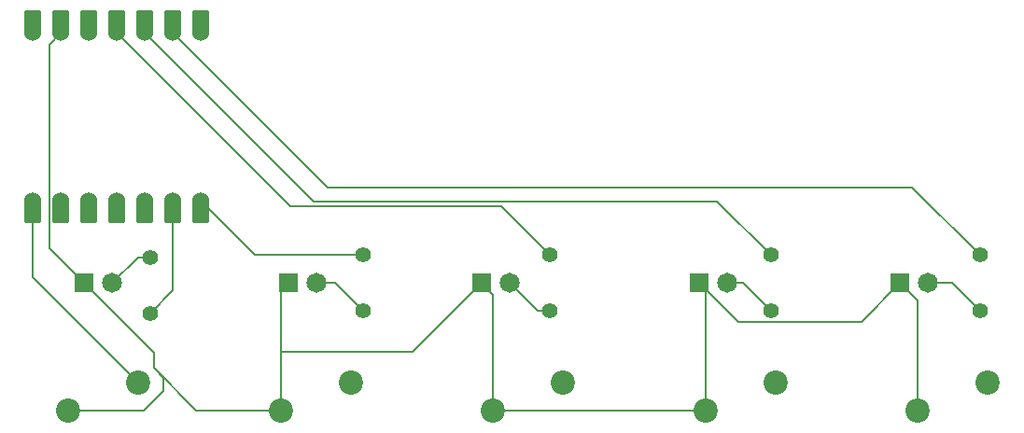
<source format=gbr>
%TF.GenerationSoftware,KiCad,Pcbnew,9.0.2*%
%TF.CreationDate,2025-07-04T18:20:36-07:00*%
%TF.ProjectId,hestia-pathfinder,68657374-6961-42d7-9061-746866696e64,rev?*%
%TF.SameCoordinates,Original*%
%TF.FileFunction,Copper,L1,Top*%
%TF.FilePolarity,Positive*%
%FSLAX46Y46*%
G04 Gerber Fmt 4.6, Leading zero omitted, Abs format (unit mm)*
G04 Created by KiCad (PCBNEW 9.0.2) date 2025-07-04 18:20:36*
%MOMM*%
%LPD*%
G01*
G04 APERTURE LIST*
G04 Aperture macros list*
%AMRoundRect*
0 Rectangle with rounded corners*
0 $1 Rounding radius*
0 $2 $3 $4 $5 $6 $7 $8 $9 X,Y pos of 4 corners*
0 Add a 4 corners polygon primitive as box body*
4,1,4,$2,$3,$4,$5,$6,$7,$8,$9,$2,$3,0*
0 Add four circle primitives for the rounded corners*
1,1,$1+$1,$2,$3*
1,1,$1+$1,$4,$5*
1,1,$1+$1,$6,$7*
1,1,$1+$1,$8,$9*
0 Add four rect primitives between the rounded corners*
20,1,$1+$1,$2,$3,$4,$5,0*
20,1,$1+$1,$4,$5,$6,$7,0*
20,1,$1+$1,$6,$7,$8,$9,0*
20,1,$1+$1,$8,$9,$2,$3,0*%
G04 Aperture macros list end*
%TA.AperFunction,ComponentPad*%
%ADD10C,1.815000*%
%TD*%
%TA.AperFunction,ComponentPad*%
%ADD11R,1.815000X1.815000*%
%TD*%
%TA.AperFunction,ComponentPad*%
%ADD12C,1.400000*%
%TD*%
%TA.AperFunction,ComponentPad*%
%ADD13C,2.200000*%
%TD*%
%TA.AperFunction,SMDPad,CuDef*%
%ADD14RoundRect,0.152400X-0.609600X1.063600X-0.609600X-1.063600X0.609600X-1.063600X0.609600X1.063600X0*%
%TD*%
%TA.AperFunction,ComponentPad*%
%ADD15C,1.524000*%
%TD*%
%TA.AperFunction,SMDPad,CuDef*%
%ADD16RoundRect,0.152400X0.609600X-1.063600X0.609600X1.063600X-0.609600X1.063600X-0.609600X-1.063600X0*%
%TD*%
%TA.AperFunction,Conductor*%
%ADD17C,0.200000*%
%TD*%
G04 APERTURE END LIST*
D10*
%TO.P,D4,A*%
%TO.N,Net-(D4-PadA)*%
X166670000Y-115000000D03*
D11*
%TO.P,D4,C*%
%TO.N,GND*%
X164130000Y-115000000D03*
%TD*%
D12*
%TO.P,R3,1*%
%TO.N,Net-(D3-PadA)*%
X150600000Y-117540000D03*
%TO.P,R3,2*%
%TO.N,LED3*%
X150600000Y-112460000D03*
%TD*%
D13*
%TO.P,SW2,1,1*%
%TO.N,button2*%
X132500000Y-124000000D03*
%TO.P,SW2,2,2*%
%TO.N,GND*%
X126150000Y-126540000D03*
%TD*%
D12*
%TO.P,R5,1*%
%TO.N,Net-(D5-PadA)*%
X189600000Y-117540000D03*
%TO.P,R5,2*%
%TO.N,LED5*%
X189600000Y-112460000D03*
%TD*%
D10*
%TO.P,D2,A*%
%TO.N,Net-(D2-PadA)*%
X129400000Y-115000000D03*
D11*
%TO.P,D2,C*%
%TO.N,GND*%
X126860000Y-115000000D03*
%TD*%
D13*
%TO.P,SW1,1,1*%
%TO.N,button1*%
X113240000Y-124020000D03*
%TO.P,SW1,2,2*%
%TO.N,GND*%
X106890000Y-126560000D03*
%TD*%
%TO.P,SW4,1,1*%
%TO.N,button4*%
X171050000Y-124020000D03*
%TO.P,SW4,2,2*%
%TO.N,GND*%
X164700000Y-126560000D03*
%TD*%
D10*
%TO.P,D3,A*%
%TO.N,Net-(D3-PadA)*%
X146900000Y-115000000D03*
D11*
%TO.P,D3,C*%
%TO.N,GND*%
X144360000Y-115000000D03*
%TD*%
D12*
%TO.P,R2,1*%
%TO.N,Net-(D2-PadA)*%
X133600000Y-117540000D03*
%TO.P,R2,2*%
%TO.N,LED2*%
X133600000Y-112460000D03*
%TD*%
D10*
%TO.P,D5,A*%
%TO.N,Net-(D5-PadA)*%
X184900000Y-115000000D03*
D11*
%TO.P,D5,C*%
%TO.N,GND*%
X182360000Y-115000000D03*
%TD*%
D13*
%TO.P,SW5,1,1*%
%TO.N,button5*%
X190320000Y-124020000D03*
%TO.P,SW5,2,2*%
%TO.N,GND*%
X183970000Y-126560000D03*
%TD*%
D12*
%TO.P,R1,1*%
%TO.N,Net-(D1-PadA)*%
X114300000Y-112660000D03*
%TO.P,R1,2*%
%TO.N,LED1*%
X114300000Y-117740000D03*
%TD*%
D14*
%TO.P,U1,1,GPIO26/ADC0/A0*%
%TO.N,button1*%
X103680000Y-108355000D03*
D15*
X103680000Y-107520000D03*
D14*
%TO.P,U1,2,GPIO27/ADC1/A1*%
%TO.N,button2*%
X106220000Y-108355000D03*
D15*
X106220000Y-107520000D03*
D14*
%TO.P,U1,3,GPIO28/ADC2/A2*%
%TO.N,button3*%
X108760000Y-108355000D03*
D15*
X108760000Y-107520000D03*
D14*
%TO.P,U1,4,GPIO29/ADC3/A3*%
%TO.N,button4*%
X111300000Y-108355000D03*
D15*
X111300000Y-107520000D03*
D14*
%TO.P,U1,5,GPIO6/SDA*%
%TO.N,button5*%
X113840000Y-108355000D03*
D15*
X113840000Y-107520000D03*
D14*
%TO.P,U1,6,GPIO7/SCL*%
%TO.N,LED1*%
X116380000Y-108355000D03*
D15*
X116380000Y-107520000D03*
D14*
%TO.P,U1,7,GPIO0/TX*%
%TO.N,LED2*%
X118920000Y-108355000D03*
D15*
X118920000Y-107520000D03*
%TO.P,U1,8,GPIO1/RX*%
%TO.N,unconnected-(U1-GPIO1{slash}RX-Pad8)*%
X118920000Y-92280000D03*
D16*
X118920000Y-91445000D03*
D15*
%TO.P,U1,9,GPIO2/SCK*%
%TO.N,LED5*%
X116380000Y-92280000D03*
D16*
X116380000Y-91445000D03*
D15*
%TO.P,U1,10,GPIO4/MISO*%
%TO.N,LED4*%
X113840000Y-92280000D03*
D16*
X113840000Y-91445000D03*
D15*
%TO.P,U1,11,GPIO3/MOSI*%
%TO.N,LED3*%
X111300000Y-92280000D03*
D16*
X111300000Y-91445000D03*
D15*
%TO.P,U1,12,3V3*%
%TO.N,unconnected-(U1-3V3-Pad12)*%
X108760000Y-92280000D03*
D16*
X108760000Y-91445000D03*
D15*
%TO.P,U1,13,GND*%
%TO.N,GND*%
X106220000Y-92280000D03*
D16*
X106220000Y-91445000D03*
D15*
%TO.P,U1,14,VBUS*%
%TO.N,unconnected-(U1-VBUS-Pad14)*%
X103680000Y-92280000D03*
D16*
X103680000Y-91445000D03*
%TD*%
D10*
%TO.P,D1,A*%
%TO.N,Net-(D1-PadA)*%
X110900000Y-115000000D03*
D11*
%TO.P,D1,C*%
%TO.N,GND*%
X108360000Y-115000000D03*
%TD*%
D13*
%TO.P,SW3,1,1*%
%TO.N,button3*%
X151800000Y-124000000D03*
%TO.P,SW3,2,2*%
%TO.N,GND*%
X145450000Y-126540000D03*
%TD*%
D12*
%TO.P,R4,1*%
%TO.N,Net-(D4-PadA)*%
X170600000Y-117540000D03*
%TO.P,R4,2*%
%TO.N,LED4*%
X170600000Y-112460000D03*
%TD*%
D17*
%TO.N,Net-(D1-PadA)*%
X113240000Y-112660000D02*
X114300000Y-112660000D01*
X110900000Y-115000000D02*
X113240000Y-112660000D01*
%TO.N,GND*%
X164700000Y-126560000D02*
X164700000Y-115570000D01*
X106220000Y-92280000D02*
X105157000Y-93343000D01*
X138160000Y-121200000D02*
X126150000Y-121200000D01*
X118481000Y-126540000D02*
X114641000Y-122700000D01*
X164130000Y-115000000D02*
X167671000Y-118541000D01*
X178819000Y-118541000D02*
X182360000Y-115000000D01*
X164680000Y-126540000D02*
X164700000Y-126560000D01*
X126150000Y-121200000D02*
X126150000Y-115710000D01*
X106890000Y-126560000D02*
X113740000Y-126560000D01*
X105157000Y-111797000D02*
X108360000Y-115000000D01*
X164700000Y-115570000D02*
X164130000Y-115000000D01*
X167671000Y-118541000D02*
X178819000Y-118541000D01*
X114641000Y-122700000D02*
X114641000Y-121281000D01*
X144360000Y-115000000D02*
X138160000Y-121200000D01*
X183970000Y-116610000D02*
X182360000Y-115000000D01*
X126150000Y-126540000D02*
X126150000Y-121200000D01*
X114641000Y-121281000D02*
X108360000Y-115000000D01*
X145450000Y-116090000D02*
X144360000Y-115000000D01*
X115520500Y-123579500D02*
X114641000Y-122700000D01*
X105157000Y-93343000D02*
X105157000Y-111797000D01*
X145450000Y-126540000D02*
X145450000Y-116090000D01*
X183970000Y-126560000D02*
X183970000Y-116610000D01*
X115520500Y-124779500D02*
X115520500Y-123579500D01*
X145450000Y-126540000D02*
X164680000Y-126540000D01*
X113740000Y-126560000D02*
X115520500Y-124779500D01*
X126150000Y-115710000D02*
X126860000Y-115000000D01*
X126150000Y-126540000D02*
X118481000Y-126540000D01*
%TO.N,Net-(D2-PadA)*%
X129400000Y-115000000D02*
X131060000Y-115000000D01*
X131060000Y-115000000D02*
X133600000Y-117540000D01*
%TO.N,Net-(D3-PadA)*%
X146900000Y-115000000D02*
X149440000Y-117540000D01*
X149440000Y-117540000D02*
X150600000Y-117540000D01*
%TO.N,Net-(D4-PadA)*%
X168060000Y-115000000D02*
X170600000Y-117540000D01*
X166670000Y-115000000D02*
X168060000Y-115000000D01*
%TO.N,Net-(D5-PadA)*%
X184900000Y-115000000D02*
X187060000Y-115000000D01*
X187060000Y-115000000D02*
X189600000Y-117540000D01*
%TO.N,LED1*%
X116380000Y-115660000D02*
X116380000Y-107520000D01*
X114300000Y-117740000D02*
X116380000Y-115660000D01*
%TO.N,LED2*%
X123860000Y-112460000D02*
X118920000Y-107520000D01*
X133600000Y-112460000D02*
X123860000Y-112460000D01*
%TO.N,LED3*%
X150600000Y-112460000D02*
X146155900Y-108015900D01*
X146155900Y-108015900D02*
X127035900Y-108015900D01*
X127035900Y-108015900D02*
X111300000Y-92280000D01*
%TO.N,LED4*%
X129174900Y-107614900D02*
X113840000Y-92280000D01*
X165754900Y-107614900D02*
X129174900Y-107614900D01*
X170600000Y-112460000D02*
X165754900Y-107614900D01*
%TO.N,LED5*%
X189600000Y-112460000D02*
X183440000Y-106300000D01*
X130400000Y-106300000D02*
X116380000Y-92280000D01*
X183440000Y-106300000D02*
X130400000Y-106300000D01*
%TO.N,button1*%
X113240000Y-124020000D02*
X103680000Y-114460000D01*
X103680000Y-114460000D02*
X103680000Y-107520000D01*
%TD*%
M02*

</source>
